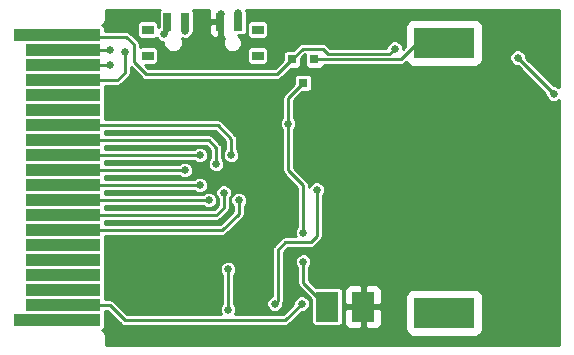
<source format=gtl>
%FSLAX46Y46*%
G04 Gerber Fmt 4.6, Leading zero omitted, Abs format (unit mm)*
G04 Created by KiCad (PCBNEW (2014-10-27 BZR 5228)-product) date 5/1/2015 7:00:25 PM*
%MOMM*%
G01*
G04 APERTURE LIST*
%ADD10C,0.100000*%
%ADD11R,1.950720X2.499360*%
%ADD12R,7.366000X1.016000*%
%ADD13R,6.350000X1.016000*%
%ADD14R,0.800100X0.800100*%
%ADD15R,5.080000X2.540000*%
%ADD16C,6.350000*%
%ADD17R,0.700000X1.500000*%
%ADD18R,1.000000X0.800000*%
%ADD19C,0.635000*%
%ADD20C,0.228600*%
%ADD21C,0.254000*%
G04 APERTURE END LIST*
D10*
D11*
X29591000Y-25527000D03*
X26543000Y-25527000D03*
D12*
X3683000Y-2540000D03*
D13*
X4191000Y-3810000D03*
X4191000Y-5080000D03*
X4191000Y-6350000D03*
X4191000Y-7620000D03*
X4191000Y-8890000D03*
X4191000Y-10160000D03*
X4191000Y-11430000D03*
X4191000Y-12700000D03*
X4191000Y-13970000D03*
X4191000Y-15240000D03*
X4191000Y-16510000D03*
X4191000Y-17780000D03*
X4191000Y-19050000D03*
X4191000Y-20320000D03*
X4191000Y-21590000D03*
X4191000Y-22860000D03*
X4191000Y-24130000D03*
X4191000Y-25400000D03*
D12*
X3683000Y-26670000D03*
D14*
X25461000Y-4587240D03*
X23561000Y-4587240D03*
X24511000Y-6586220D03*
D15*
X36449000Y-26035000D03*
D16*
X36449000Y-14605000D03*
D15*
X36449000Y-3175000D03*
D17*
X19002000Y-1425000D03*
X17502000Y-1425000D03*
X13002000Y-1425000D03*
D18*
X20652000Y-4275000D03*
X20652000Y-2075000D03*
X11352000Y-2075000D03*
X11352000Y-4275000D03*
D17*
X14502000Y-1425000D03*
D19*
X32258000Y-3683000D03*
X25654000Y-15621000D03*
X22098000Y-25273000D03*
X18415000Y-12700000D03*
X17145000Y-13462000D03*
X15748000Y-12700000D03*
X14478000Y-13970000D03*
X15748000Y-15240000D03*
X19050000Y-16510000D03*
X17780000Y-15875000D03*
X16510000Y-16510000D03*
X23241000Y-21336000D03*
X24511000Y-7874000D03*
X26543000Y-14605000D03*
X17526000Y-762000D03*
X16764000Y-3302000D03*
X9017000Y-1143000D03*
X23241000Y-25273000D03*
X8128000Y-27305000D03*
X41275000Y-3810000D03*
X42799000Y-1143000D03*
X9398000Y-3937000D03*
X8128000Y-3810000D03*
X12700000Y-2413000D03*
X8128000Y-5080000D03*
X23241000Y-10033000D03*
X24511000Y-19304000D03*
X24511000Y-21717000D03*
X18161000Y-22352000D03*
X18161000Y-25781000D03*
X42672000Y-4445000D03*
X24384000Y-25273000D03*
X45720000Y-7493000D03*
X18986500Y-635000D03*
X14478000Y-2159000D03*
D20*
X3810000Y-2667000D02*
X3683000Y-2540000D01*
X10160000Y-4826000D02*
X10160000Y-3302000D01*
X10160000Y-3302000D02*
X9525000Y-2667000D01*
X9525000Y-2667000D02*
X3810000Y-2667000D01*
X23561000Y-4587240D02*
X22306240Y-5842000D01*
X22306240Y-5842000D02*
X11176000Y-5842000D01*
X11176000Y-5842000D02*
X10160000Y-4826000D01*
X32258000Y-3683000D02*
X31810962Y-4130038D01*
X31810962Y-4130038D02*
X26609038Y-4130038D01*
X26609038Y-4130038D02*
X26162000Y-3683000D01*
X26162000Y-3683000D02*
X24465240Y-3683000D01*
X24465240Y-3683000D02*
X23561000Y-4587240D01*
X25146000Y-20066000D02*
X22987000Y-20066000D01*
X22987000Y-20066000D02*
X22352000Y-20701000D01*
X25654000Y-15621000D02*
X25654000Y-19558000D01*
X22352000Y-20701000D02*
X22352000Y-25019000D01*
X22352000Y-25019000D02*
X22098000Y-25273000D01*
X25654000Y-19558000D02*
X25146000Y-20066000D01*
X17272000Y-10160000D02*
X4191000Y-10160000D01*
X18415000Y-12700000D02*
X18415000Y-11303000D01*
X18415000Y-11303000D02*
X17272000Y-10160000D01*
X16510000Y-11430000D02*
X4191000Y-11430000D01*
X17145000Y-13462000D02*
X17145000Y-12065000D01*
X17145000Y-12065000D02*
X16510000Y-11430000D01*
X4191000Y-12700000D02*
X15748000Y-12700000D01*
X14478000Y-13970000D02*
X4191000Y-13970000D01*
X15748000Y-15240000D02*
X4191000Y-15240000D01*
X17653000Y-19050000D02*
X4191000Y-19050000D01*
X19050000Y-17653000D02*
X17653000Y-19050000D01*
X19050000Y-16510000D02*
X19050000Y-17653000D01*
X17780000Y-17145000D02*
X17145000Y-17780000D01*
X17780000Y-15875000D02*
X17780000Y-17145000D01*
X17145000Y-17780000D02*
X3683000Y-17780000D01*
X16510000Y-16510000D02*
X3683000Y-16510000D01*
X30353000Y-7874000D02*
X37084000Y-14605000D01*
X24511000Y-7874000D02*
X30353000Y-7874000D01*
X37084000Y-14605000D02*
X26543000Y-14605000D01*
X37084000Y-14605000D02*
X32639000Y-14605000D01*
X17502000Y-786000D02*
X17502000Y-1425000D01*
X17526000Y-762000D02*
X17502000Y-786000D01*
X17502000Y-2564000D02*
X16764000Y-3302000D01*
X17502000Y-1425000D02*
X17502000Y-2564000D01*
X23241000Y-25273000D02*
X23241000Y-21336000D01*
X41275000Y-3810000D02*
X42799000Y-2286000D01*
X42799000Y-2286000D02*
X42799000Y-1143000D01*
X24053798Y-20523202D02*
X30530798Y-20523202D01*
X30530798Y-20523202D02*
X36449000Y-14605000D01*
X23241000Y-21336000D02*
X24053798Y-20523202D01*
X9398000Y-3937000D02*
X9398000Y-5715000D01*
X9398000Y-5715000D02*
X8763000Y-6350000D01*
X4191000Y-6350000D02*
X8763000Y-6350000D01*
X8128000Y-3810000D02*
X4191000Y-3810000D01*
X13002000Y-2111000D02*
X13002000Y-1425000D01*
X12700000Y-2413000D02*
X13002000Y-2111000D01*
X8128000Y-5080000D02*
X4191000Y-5080000D01*
X23241000Y-13970000D02*
X23241000Y-10033000D01*
X24511000Y-15240000D02*
X23241000Y-13970000D01*
X24511000Y-19304000D02*
X24511000Y-15240000D01*
X23241000Y-7856220D02*
X24511000Y-6586220D01*
X23241000Y-10033000D02*
X23241000Y-7856220D01*
X24511000Y-23495000D02*
X24511000Y-21717000D01*
X26543000Y-25527000D02*
X24511000Y-23495000D01*
X18161000Y-22352000D02*
X18161000Y-25781000D01*
X8128000Y-25400000D02*
X9398000Y-26670000D01*
X9398000Y-26670000D02*
X22987000Y-26670000D01*
X22987000Y-26670000D02*
X24384000Y-25273000D01*
X4191000Y-25400000D02*
X8128000Y-25400000D01*
X42672000Y-4445000D02*
X45720000Y-7493000D01*
X25461000Y-4587240D02*
X32750760Y-4587240D01*
X34163000Y-3175000D02*
X37084000Y-3175000D01*
X32750760Y-4587240D02*
X34163000Y-3175000D01*
X19002000Y-810000D02*
X19002000Y-1425000D01*
X18986500Y-635000D02*
X19002000Y-650500D01*
X19002000Y-650500D02*
X19002000Y-1425000D01*
X14502000Y-2135000D02*
X14502000Y-1425000D01*
X14478000Y-2159000D02*
X14502000Y-2135000D01*
D21*
G36*
X46178000Y-28779000D02*
X39751000Y-28779000D01*
X39751000Y-27456571D01*
X39751000Y-27153429D01*
X39751000Y-24613429D01*
X39634992Y-24333362D01*
X39420638Y-24119008D01*
X39140571Y-24003000D01*
X38837429Y-24003000D01*
X33757429Y-24003000D01*
X33477362Y-24119008D01*
X33263008Y-24333362D01*
X33147000Y-24613429D01*
X33147000Y-24916571D01*
X33147000Y-27456571D01*
X33263008Y-27736638D01*
X33477362Y-27950992D01*
X33757429Y-28067000D01*
X34060571Y-28067000D01*
X39140571Y-28067000D01*
X39420638Y-27950992D01*
X39634992Y-27736638D01*
X39751000Y-27456571D01*
X39751000Y-28779000D01*
X31201360Y-28779000D01*
X31201360Y-26902990D01*
X31201360Y-26650371D01*
X31201360Y-25812750D01*
X31201360Y-25241250D01*
X31201360Y-24403629D01*
X31201360Y-24151010D01*
X31104687Y-23917621D01*
X30926058Y-23738993D01*
X30692669Y-23642320D01*
X29876750Y-23642320D01*
X29718000Y-23801070D01*
X29718000Y-25400000D01*
X31042610Y-25400000D01*
X31201360Y-25241250D01*
X31201360Y-25812750D01*
X31042610Y-25654000D01*
X29718000Y-25654000D01*
X29718000Y-27252930D01*
X29876750Y-27411680D01*
X30692669Y-27411680D01*
X30926058Y-27315007D01*
X31104687Y-27136379D01*
X31201360Y-26902990D01*
X31201360Y-28779000D01*
X29464000Y-28779000D01*
X29464000Y-27252930D01*
X29464000Y-25654000D01*
X29464000Y-25400000D01*
X29464000Y-23801070D01*
X29305250Y-23642320D01*
X28489331Y-23642320D01*
X28255942Y-23738993D01*
X28077313Y-23917621D01*
X27980640Y-24151010D01*
X27980640Y-24403629D01*
X27980640Y-25241250D01*
X28139390Y-25400000D01*
X29464000Y-25400000D01*
X29464000Y-25654000D01*
X28139390Y-25654000D01*
X27980640Y-25812750D01*
X27980640Y-26650371D01*
X27980640Y-26902990D01*
X28077313Y-27136379D01*
X28255942Y-27315007D01*
X28489331Y-27411680D01*
X29305250Y-27411680D01*
X29464000Y-27252930D01*
X29464000Y-28779000D01*
X27899360Y-28779000D01*
X27899360Y-26852465D01*
X27899360Y-26700894D01*
X27899360Y-24201534D01*
X27841356Y-24061500D01*
X27734179Y-23954324D01*
X27594145Y-23896320D01*
X27442574Y-23896320D01*
X26352621Y-23896320D01*
X26352621Y-15482669D01*
X26246504Y-15225849D01*
X26050185Y-15029186D01*
X25793550Y-14922622D01*
X25515669Y-14922379D01*
X25258849Y-15028496D01*
X25062186Y-15224815D01*
X25006300Y-15359403D01*
X25006300Y-15240000D01*
X24968598Y-15050457D01*
X24968598Y-15050456D01*
X24861230Y-14889770D01*
X23736300Y-13764840D01*
X23736300Y-10525530D01*
X23832814Y-10429185D01*
X23939378Y-10172550D01*
X23939621Y-9894669D01*
X23833504Y-9637849D01*
X23736300Y-9540474D01*
X23736300Y-8061380D01*
X24430410Y-7367270D01*
X24986836Y-7367270D01*
X25126870Y-7309266D01*
X25234046Y-7202089D01*
X25292050Y-7062055D01*
X25292050Y-6910484D01*
X25292050Y-6110384D01*
X25234046Y-5970350D01*
X25126869Y-5863174D01*
X24986835Y-5805170D01*
X24835264Y-5805170D01*
X24035164Y-5805170D01*
X23895130Y-5863174D01*
X23787954Y-5970351D01*
X23729950Y-6110385D01*
X23729950Y-6261956D01*
X23729950Y-6666810D01*
X22890770Y-7505990D01*
X22783402Y-7666676D01*
X22745700Y-7856220D01*
X22745700Y-9540469D01*
X22649186Y-9636815D01*
X22542622Y-9893450D01*
X22542379Y-10171331D01*
X22648496Y-10428151D01*
X22745700Y-10525525D01*
X22745700Y-13970000D01*
X22783402Y-14159544D01*
X22890770Y-14320230D01*
X24015700Y-15445160D01*
X24015700Y-18811469D01*
X23919186Y-18907815D01*
X23812622Y-19164450D01*
X23812379Y-19442331D01*
X23865420Y-19570700D01*
X22987000Y-19570700D01*
X22797457Y-19608402D01*
X22636770Y-19715770D01*
X22001770Y-20350770D01*
X21894402Y-20511456D01*
X21856700Y-20701000D01*
X21856700Y-24616925D01*
X21702849Y-24680496D01*
X21506186Y-24876815D01*
X21399622Y-25133450D01*
X21399379Y-25411331D01*
X21505496Y-25668151D01*
X21701815Y-25864814D01*
X21958450Y-25971378D01*
X22236331Y-25971621D01*
X22493151Y-25865504D01*
X22689814Y-25669185D01*
X22796378Y-25412550D01*
X22796539Y-25228087D01*
X22796539Y-25228086D01*
X22809598Y-25208544D01*
X22809598Y-25208543D01*
X22847300Y-25019000D01*
X22847300Y-20906160D01*
X23192160Y-20561300D01*
X25146000Y-20561300D01*
X25335543Y-20523598D01*
X25335544Y-20523598D01*
X25496230Y-20416230D01*
X26004230Y-19908230D01*
X26111597Y-19747544D01*
X26111598Y-19747543D01*
X26149300Y-19558000D01*
X26149300Y-16113530D01*
X26245814Y-16017185D01*
X26352378Y-15760550D01*
X26352621Y-15482669D01*
X26352621Y-23896320D01*
X25612780Y-23896320D01*
X25006300Y-23289840D01*
X25006300Y-22209530D01*
X25102814Y-22113185D01*
X25209378Y-21856550D01*
X25209621Y-21578669D01*
X25103504Y-21321849D01*
X24907185Y-21125186D01*
X24650550Y-21018622D01*
X24372669Y-21018379D01*
X24115849Y-21124496D01*
X23919186Y-21320815D01*
X23812622Y-21577450D01*
X23812379Y-21855331D01*
X23918496Y-22112151D01*
X24015700Y-22209525D01*
X24015700Y-23495000D01*
X24053402Y-23684544D01*
X24160770Y-23845230D01*
X25186640Y-24871100D01*
X25186640Y-26852466D01*
X25244644Y-26992500D01*
X25351821Y-27099676D01*
X25491855Y-27157680D01*
X25643426Y-27157680D01*
X27594146Y-27157680D01*
X27734180Y-27099676D01*
X27841356Y-26992499D01*
X27899360Y-26852465D01*
X27899360Y-28779000D01*
X7797000Y-28779000D01*
X7797000Y-27940000D01*
X7764192Y-27775063D01*
X7670763Y-27635237D01*
X7530937Y-27541808D01*
X7498748Y-27535405D01*
X7581820Y-27500996D01*
X7688996Y-27393819D01*
X7747000Y-27253785D01*
X7747000Y-27102214D01*
X7747000Y-26086214D01*
X7725786Y-26034999D01*
X7747000Y-25983785D01*
X7747000Y-25895300D01*
X7922840Y-25895300D01*
X9047770Y-27020230D01*
X9208456Y-27127598D01*
X9208457Y-27127598D01*
X9398000Y-27165300D01*
X22987000Y-27165300D01*
X23176543Y-27127598D01*
X23176544Y-27127598D01*
X23337230Y-27020230D01*
X24385958Y-25971501D01*
X24522331Y-25971621D01*
X24779151Y-25865504D01*
X24975814Y-25669185D01*
X25082378Y-25412550D01*
X25082621Y-25134669D01*
X24976504Y-24877849D01*
X24780185Y-24681186D01*
X24523550Y-24574622D01*
X24245669Y-24574379D01*
X23988849Y-24680496D01*
X23792186Y-24876815D01*
X23685622Y-25133450D01*
X23685501Y-25271038D01*
X22781840Y-26174700D01*
X18753845Y-26174700D01*
X18859378Y-25920550D01*
X18859621Y-25642669D01*
X18753504Y-25385849D01*
X18656300Y-25288474D01*
X18656300Y-22844530D01*
X18752814Y-22748185D01*
X18859378Y-22491550D01*
X18859621Y-22213669D01*
X18753504Y-21956849D01*
X18557185Y-21760186D01*
X18300550Y-21653622D01*
X18022669Y-21653379D01*
X17765849Y-21759496D01*
X17569186Y-21955815D01*
X17462622Y-22212450D01*
X17462379Y-22490331D01*
X17568496Y-22747151D01*
X17665700Y-22844525D01*
X17665700Y-25288469D01*
X17569186Y-25384815D01*
X17462622Y-25641450D01*
X17462379Y-25919331D01*
X17567896Y-26174700D01*
X9603160Y-26174700D01*
X8478230Y-25049770D01*
X8317544Y-24942402D01*
X8128000Y-24904700D01*
X7747000Y-24904700D01*
X7747000Y-24816214D01*
X7725786Y-24764999D01*
X7747000Y-24713785D01*
X7747000Y-24562214D01*
X7747000Y-23546214D01*
X7725786Y-23494999D01*
X7747000Y-23443785D01*
X7747000Y-23292214D01*
X7747000Y-22276214D01*
X7725786Y-22224999D01*
X7747000Y-22173785D01*
X7747000Y-22022214D01*
X7747000Y-21006214D01*
X7725786Y-20954999D01*
X7747000Y-20903785D01*
X7747000Y-20752214D01*
X7747000Y-19736214D01*
X7725786Y-19684999D01*
X7747000Y-19633785D01*
X7747000Y-19545300D01*
X17653000Y-19545300D01*
X17842543Y-19507598D01*
X17842544Y-19507598D01*
X18003230Y-19400230D01*
X19400230Y-18003230D01*
X19507598Y-17842544D01*
X19507598Y-17842543D01*
X19545300Y-17653000D01*
X19545300Y-17002530D01*
X19641814Y-16906185D01*
X19748378Y-16649550D01*
X19748621Y-16371669D01*
X19642504Y-16114849D01*
X19446185Y-15918186D01*
X19189550Y-15811622D01*
X18911669Y-15811379D01*
X18654849Y-15917496D01*
X18458186Y-16113815D01*
X18351622Y-16370450D01*
X18351379Y-16648331D01*
X18457496Y-16905151D01*
X18554700Y-17002525D01*
X18554700Y-17447840D01*
X17447840Y-18554700D01*
X7747000Y-18554700D01*
X7747000Y-18466214D01*
X7725786Y-18414999D01*
X7747000Y-18363785D01*
X7747000Y-18275300D01*
X17145000Y-18275300D01*
X17334543Y-18237598D01*
X17334544Y-18237598D01*
X17495230Y-18130230D01*
X18130230Y-17495230D01*
X18237598Y-17334543D01*
X18275300Y-17145000D01*
X18275300Y-16367530D01*
X18371814Y-16271185D01*
X18478378Y-16014550D01*
X18478621Y-15736669D01*
X18372504Y-15479849D01*
X18176185Y-15283186D01*
X17919550Y-15176622D01*
X17641669Y-15176379D01*
X17384849Y-15282496D01*
X17188186Y-15478815D01*
X17081622Y-15735450D01*
X17081379Y-16013331D01*
X17187496Y-16270151D01*
X17284700Y-16367525D01*
X17284700Y-16939840D01*
X16939840Y-17284700D01*
X7747000Y-17284700D01*
X7747000Y-17196214D01*
X7725786Y-17144999D01*
X7747000Y-17093785D01*
X7747000Y-17005300D01*
X16017469Y-17005300D01*
X16113815Y-17101814D01*
X16370450Y-17208378D01*
X16648331Y-17208621D01*
X16905151Y-17102504D01*
X17101814Y-16906185D01*
X17208378Y-16649550D01*
X17208621Y-16371669D01*
X17102504Y-16114849D01*
X16906185Y-15918186D01*
X16649550Y-15811622D01*
X16371669Y-15811379D01*
X16114849Y-15917496D01*
X16017474Y-16014700D01*
X7747000Y-16014700D01*
X7747000Y-15926214D01*
X7725786Y-15874999D01*
X7747000Y-15823785D01*
X7747000Y-15735300D01*
X15255469Y-15735300D01*
X15351815Y-15831814D01*
X15608450Y-15938378D01*
X15886331Y-15938621D01*
X16143151Y-15832504D01*
X16339814Y-15636185D01*
X16446378Y-15379550D01*
X16446621Y-15101669D01*
X16340504Y-14844849D01*
X16144185Y-14648186D01*
X15887550Y-14541622D01*
X15609669Y-14541379D01*
X15352849Y-14647496D01*
X15255474Y-14744700D01*
X7747000Y-14744700D01*
X7747000Y-14656214D01*
X7725786Y-14604999D01*
X7747000Y-14553785D01*
X7747000Y-14465300D01*
X13985469Y-14465300D01*
X14081815Y-14561814D01*
X14338450Y-14668378D01*
X14616331Y-14668621D01*
X14873151Y-14562504D01*
X15069814Y-14366185D01*
X15176378Y-14109550D01*
X15176621Y-13831669D01*
X15070504Y-13574849D01*
X14874185Y-13378186D01*
X14617550Y-13271622D01*
X14339669Y-13271379D01*
X14082849Y-13377496D01*
X13985474Y-13474700D01*
X7747000Y-13474700D01*
X7747000Y-13386214D01*
X7725786Y-13334999D01*
X7747000Y-13283785D01*
X7747000Y-13195300D01*
X15255469Y-13195300D01*
X15351815Y-13291814D01*
X15608450Y-13398378D01*
X15886331Y-13398621D01*
X16143151Y-13292504D01*
X16339814Y-13096185D01*
X16446378Y-12839550D01*
X16446621Y-12561669D01*
X16340504Y-12304849D01*
X16144185Y-12108186D01*
X15887550Y-12001622D01*
X15609669Y-12001379D01*
X15352849Y-12107496D01*
X15255474Y-12204700D01*
X7747000Y-12204700D01*
X7747000Y-12116214D01*
X7725786Y-12064999D01*
X7747000Y-12013785D01*
X7747000Y-11925300D01*
X16304840Y-11925300D01*
X16649700Y-12270160D01*
X16649700Y-12969469D01*
X16553186Y-13065815D01*
X16446622Y-13322450D01*
X16446379Y-13600331D01*
X16552496Y-13857151D01*
X16748815Y-14053814D01*
X17005450Y-14160378D01*
X17283331Y-14160621D01*
X17540151Y-14054504D01*
X17736814Y-13858185D01*
X17843378Y-13601550D01*
X17843621Y-13323669D01*
X17737504Y-13066849D01*
X17640300Y-12969474D01*
X17640300Y-12065000D01*
X17602598Y-11875457D01*
X17495230Y-11714770D01*
X16860230Y-11079770D01*
X16699544Y-10972402D01*
X16510000Y-10934700D01*
X7747000Y-10934700D01*
X7747000Y-10846214D01*
X7725786Y-10794999D01*
X7747000Y-10743785D01*
X7747000Y-10655300D01*
X17066840Y-10655300D01*
X17919700Y-11508160D01*
X17919700Y-12207469D01*
X17823186Y-12303815D01*
X17716622Y-12560450D01*
X17716379Y-12838331D01*
X17822496Y-13095151D01*
X18018815Y-13291814D01*
X18275450Y-13398378D01*
X18553331Y-13398621D01*
X18810151Y-13292504D01*
X19006814Y-13096185D01*
X19113378Y-12839550D01*
X19113621Y-12561669D01*
X19007504Y-12304849D01*
X18910300Y-12207474D01*
X18910300Y-11303000D01*
X18872598Y-11113457D01*
X18872598Y-11113456D01*
X18765230Y-10952770D01*
X17622230Y-9809770D01*
X17461544Y-9702402D01*
X17272000Y-9664700D01*
X7747000Y-9664700D01*
X7747000Y-9576214D01*
X7725786Y-9524999D01*
X7747000Y-9473785D01*
X7747000Y-9322214D01*
X7747000Y-8306214D01*
X7725786Y-8254999D01*
X7747000Y-8203785D01*
X7747000Y-8052214D01*
X7747000Y-7036214D01*
X7725786Y-6984999D01*
X7747000Y-6933785D01*
X7747000Y-6845300D01*
X8763000Y-6845300D01*
X8952543Y-6807598D01*
X8952544Y-6807598D01*
X9113230Y-6700230D01*
X9748230Y-6065230D01*
X9855598Y-5904543D01*
X9893300Y-5715000D01*
X9893300Y-5259760D01*
X10825770Y-6192230D01*
X10986457Y-6299598D01*
X11176000Y-6337300D01*
X22306240Y-6337300D01*
X22495783Y-6299598D01*
X22495784Y-6299598D01*
X22656470Y-6192230D01*
X23480410Y-5368290D01*
X24036836Y-5368290D01*
X24176870Y-5310286D01*
X24284046Y-5203109D01*
X24342050Y-5063075D01*
X24342050Y-4911504D01*
X24342050Y-4506650D01*
X24670400Y-4178300D01*
X24679950Y-4178300D01*
X24679950Y-4262976D01*
X24679950Y-5063076D01*
X24737954Y-5203110D01*
X24845131Y-5310286D01*
X24985165Y-5368290D01*
X25136736Y-5368290D01*
X25936836Y-5368290D01*
X26076870Y-5310286D01*
X26184046Y-5203109D01*
X26233987Y-5082540D01*
X32750760Y-5082540D01*
X32940303Y-5044838D01*
X32940304Y-5044838D01*
X33100990Y-4937470D01*
X33233371Y-4805088D01*
X33263008Y-4876638D01*
X33477362Y-5090992D01*
X33757429Y-5207000D01*
X34060571Y-5207000D01*
X39140571Y-5207000D01*
X39420638Y-5090992D01*
X39634992Y-4876638D01*
X39751000Y-4596571D01*
X39751000Y-4293429D01*
X39751000Y-1753429D01*
X39634992Y-1473362D01*
X39420638Y-1259008D01*
X39140571Y-1143000D01*
X38837429Y-1143000D01*
X33757429Y-1143000D01*
X33477362Y-1259008D01*
X33263008Y-1473362D01*
X33147000Y-1753429D01*
X33147000Y-2056571D01*
X33147000Y-3490540D01*
X32956501Y-3681038D01*
X32956621Y-3544669D01*
X32850504Y-3287849D01*
X32654185Y-3091186D01*
X32397550Y-2984622D01*
X32119669Y-2984379D01*
X31862849Y-3090496D01*
X31666186Y-3286815D01*
X31559622Y-3543450D01*
X31559542Y-3634738D01*
X26814198Y-3634738D01*
X26512230Y-3332770D01*
X26351544Y-3225402D01*
X26162000Y-3187700D01*
X24465240Y-3187700D01*
X24275697Y-3225402D01*
X24115010Y-3332770D01*
X23641590Y-3806190D01*
X23085164Y-3806190D01*
X22945130Y-3864194D01*
X22837954Y-3971371D01*
X22779950Y-4111405D01*
X22779950Y-4262976D01*
X22779950Y-4667830D01*
X22101080Y-5346700D01*
X21533000Y-5346700D01*
X21533000Y-4750785D01*
X21533000Y-4599214D01*
X21533000Y-3799214D01*
X21533000Y-2550785D01*
X21533000Y-2399214D01*
X21533000Y-1599214D01*
X21474996Y-1459180D01*
X21367819Y-1352004D01*
X21227785Y-1294000D01*
X21076214Y-1294000D01*
X20076214Y-1294000D01*
X19936180Y-1352004D01*
X19829004Y-1459181D01*
X19771000Y-1599215D01*
X19771000Y-1750786D01*
X19771000Y-2550786D01*
X19829004Y-2690820D01*
X19936181Y-2797996D01*
X20076215Y-2856000D01*
X20227786Y-2856000D01*
X21227786Y-2856000D01*
X21367820Y-2797996D01*
X21474996Y-2690819D01*
X21533000Y-2550785D01*
X21533000Y-3799214D01*
X21474996Y-3659180D01*
X21367819Y-3552004D01*
X21227785Y-3494000D01*
X21076214Y-3494000D01*
X20076214Y-3494000D01*
X19936180Y-3552004D01*
X19829004Y-3659181D01*
X19771000Y-3799215D01*
X19771000Y-3950786D01*
X19771000Y-4750786D01*
X19829004Y-4890820D01*
X19936181Y-4997996D01*
X20076215Y-5056000D01*
X20227786Y-5056000D01*
X21227786Y-5056000D01*
X21367820Y-4997996D01*
X21474996Y-4890819D01*
X21533000Y-4750785D01*
X21533000Y-5346700D01*
X17375000Y-5346700D01*
X17375000Y-2651250D01*
X17375000Y-1552000D01*
X16675750Y-1552000D01*
X16517000Y-1710750D01*
X16517000Y-2048691D01*
X16517000Y-2301310D01*
X16613673Y-2534699D01*
X16792302Y-2713327D01*
X17025691Y-2810000D01*
X17216250Y-2810000D01*
X17375000Y-2651250D01*
X17375000Y-5346700D01*
X11381160Y-5346700D01*
X11090460Y-5056000D01*
X11927786Y-5056000D01*
X12067820Y-4997996D01*
X12174996Y-4890819D01*
X12233000Y-4750785D01*
X12233000Y-4599214D01*
X12233000Y-3799214D01*
X12174996Y-3659180D01*
X12067819Y-3552004D01*
X11927785Y-3494000D01*
X11776214Y-3494000D01*
X10776214Y-3494000D01*
X10655300Y-3544084D01*
X10655300Y-3302000D01*
X10617598Y-3112457D01*
X10510230Y-2951770D01*
X9875230Y-2316770D01*
X9714544Y-2209402D01*
X9525000Y-2171700D01*
X7747000Y-2171700D01*
X7747000Y-1956214D01*
X7688996Y-1816180D01*
X7581819Y-1709004D01*
X7498747Y-1674594D01*
X7530937Y-1668192D01*
X7670763Y-1574763D01*
X7764192Y-1434937D01*
X7797000Y-1270000D01*
X7797000Y-431000D01*
X12357184Y-431000D01*
X12329004Y-459181D01*
X12271000Y-599215D01*
X12271000Y-750786D01*
X12271000Y-1854285D01*
X12233000Y-1892219D01*
X12233000Y-1599214D01*
X12174996Y-1459180D01*
X12067819Y-1352004D01*
X11927785Y-1294000D01*
X11776214Y-1294000D01*
X10776214Y-1294000D01*
X10636180Y-1352004D01*
X10529004Y-1459181D01*
X10471000Y-1599215D01*
X10471000Y-1750786D01*
X10471000Y-2550786D01*
X10529004Y-2690820D01*
X10636181Y-2797996D01*
X10776215Y-2856000D01*
X10927786Y-2856000D01*
X11927786Y-2856000D01*
X12067820Y-2797996D01*
X12092926Y-2772889D01*
X12107496Y-2808151D01*
X12303815Y-3004814D01*
X12560450Y-3111378D01*
X12671055Y-3111474D01*
X12670856Y-3339571D01*
X12797102Y-3645109D01*
X13030662Y-3879077D01*
X13335979Y-4005855D01*
X13666571Y-4006144D01*
X13972109Y-3879898D01*
X14206077Y-3646338D01*
X14332855Y-3341021D01*
X14333144Y-3010429D01*
X14255708Y-2823020D01*
X14338450Y-2857378D01*
X14616331Y-2857621D01*
X14873151Y-2751504D01*
X15069814Y-2555185D01*
X15111839Y-2453976D01*
X15174996Y-2390819D01*
X15233000Y-2250785D01*
X15233000Y-2099214D01*
X15233000Y-599214D01*
X15174996Y-459180D01*
X15146815Y-431000D01*
X16565748Y-431000D01*
X16517000Y-548690D01*
X16517000Y-801309D01*
X16517000Y-1139250D01*
X16675750Y-1298000D01*
X17375000Y-1298000D01*
X17375000Y-1278000D01*
X17629000Y-1278000D01*
X17629000Y-1298000D01*
X17649000Y-1298000D01*
X17649000Y-1552000D01*
X17629000Y-1552000D01*
X17629000Y-2651250D01*
X17787750Y-2810000D01*
X17794371Y-2810000D01*
X17708638Y-3016471D01*
X17708362Y-3332145D01*
X17828911Y-3623895D01*
X18051931Y-3847305D01*
X18343471Y-3968362D01*
X18659145Y-3968638D01*
X18950895Y-3848089D01*
X19174305Y-3625069D01*
X19295362Y-3333529D01*
X19295638Y-3017855D01*
X19175089Y-2726105D01*
X19005280Y-2556000D01*
X19427786Y-2556000D01*
X19567820Y-2497996D01*
X19674996Y-2390819D01*
X19733000Y-2250785D01*
X19733000Y-2099214D01*
X19733000Y-599214D01*
X19674996Y-459180D01*
X19665852Y-450036D01*
X19657986Y-431000D01*
X46178000Y-431000D01*
X46178000Y-6963109D01*
X46116185Y-6901186D01*
X45859550Y-6794622D01*
X45721961Y-6794501D01*
X43370501Y-4443041D01*
X43370621Y-4306669D01*
X43264504Y-4049849D01*
X43068185Y-3853186D01*
X42811550Y-3746622D01*
X42533669Y-3746379D01*
X42276849Y-3852496D01*
X42080186Y-4048815D01*
X41973622Y-4305450D01*
X41973379Y-4583331D01*
X42079496Y-4840151D01*
X42275815Y-5036814D01*
X42532450Y-5143378D01*
X42670038Y-5143498D01*
X45021498Y-7494958D01*
X45021379Y-7631331D01*
X45127496Y-7888151D01*
X45323815Y-8084814D01*
X45580450Y-8191378D01*
X45858331Y-8191621D01*
X46115151Y-8085504D01*
X46178000Y-8022764D01*
X46178000Y-28779000D01*
X46178000Y-28779000D01*
G37*
X46178000Y-28779000D02*
X39751000Y-28779000D01*
X39751000Y-27456571D01*
X39751000Y-27153429D01*
X39751000Y-24613429D01*
X39634992Y-24333362D01*
X39420638Y-24119008D01*
X39140571Y-24003000D01*
X38837429Y-24003000D01*
X33757429Y-24003000D01*
X33477362Y-24119008D01*
X33263008Y-24333362D01*
X33147000Y-24613429D01*
X33147000Y-24916571D01*
X33147000Y-27456571D01*
X33263008Y-27736638D01*
X33477362Y-27950992D01*
X33757429Y-28067000D01*
X34060571Y-28067000D01*
X39140571Y-28067000D01*
X39420638Y-27950992D01*
X39634992Y-27736638D01*
X39751000Y-27456571D01*
X39751000Y-28779000D01*
X31201360Y-28779000D01*
X31201360Y-26902990D01*
X31201360Y-26650371D01*
X31201360Y-25812750D01*
X31201360Y-25241250D01*
X31201360Y-24403629D01*
X31201360Y-24151010D01*
X31104687Y-23917621D01*
X30926058Y-23738993D01*
X30692669Y-23642320D01*
X29876750Y-23642320D01*
X29718000Y-23801070D01*
X29718000Y-25400000D01*
X31042610Y-25400000D01*
X31201360Y-25241250D01*
X31201360Y-25812750D01*
X31042610Y-25654000D01*
X29718000Y-25654000D01*
X29718000Y-27252930D01*
X29876750Y-27411680D01*
X30692669Y-27411680D01*
X30926058Y-27315007D01*
X31104687Y-27136379D01*
X31201360Y-26902990D01*
X31201360Y-28779000D01*
X29464000Y-28779000D01*
X29464000Y-27252930D01*
X29464000Y-25654000D01*
X29464000Y-25400000D01*
X29464000Y-23801070D01*
X29305250Y-23642320D01*
X28489331Y-23642320D01*
X28255942Y-23738993D01*
X28077313Y-23917621D01*
X27980640Y-24151010D01*
X27980640Y-24403629D01*
X27980640Y-25241250D01*
X28139390Y-25400000D01*
X29464000Y-25400000D01*
X29464000Y-25654000D01*
X28139390Y-25654000D01*
X27980640Y-25812750D01*
X27980640Y-26650371D01*
X27980640Y-26902990D01*
X28077313Y-27136379D01*
X28255942Y-27315007D01*
X28489331Y-27411680D01*
X29305250Y-27411680D01*
X29464000Y-27252930D01*
X29464000Y-28779000D01*
X27899360Y-28779000D01*
X27899360Y-26852465D01*
X27899360Y-26700894D01*
X27899360Y-24201534D01*
X27841356Y-24061500D01*
X27734179Y-23954324D01*
X27594145Y-23896320D01*
X27442574Y-23896320D01*
X26352621Y-23896320D01*
X26352621Y-15482669D01*
X26246504Y-15225849D01*
X26050185Y-15029186D01*
X25793550Y-14922622D01*
X25515669Y-14922379D01*
X25258849Y-15028496D01*
X25062186Y-15224815D01*
X25006300Y-15359403D01*
X25006300Y-15240000D01*
X24968598Y-15050457D01*
X24968598Y-15050456D01*
X24861230Y-14889770D01*
X23736300Y-13764840D01*
X23736300Y-10525530D01*
X23832814Y-10429185D01*
X23939378Y-10172550D01*
X23939621Y-9894669D01*
X23833504Y-9637849D01*
X23736300Y-9540474D01*
X23736300Y-8061380D01*
X24430410Y-7367270D01*
X24986836Y-7367270D01*
X25126870Y-7309266D01*
X25234046Y-7202089D01*
X25292050Y-7062055D01*
X25292050Y-6910484D01*
X25292050Y-6110384D01*
X25234046Y-5970350D01*
X25126869Y-5863174D01*
X24986835Y-5805170D01*
X24835264Y-5805170D01*
X24035164Y-5805170D01*
X23895130Y-5863174D01*
X23787954Y-5970351D01*
X23729950Y-6110385D01*
X23729950Y-6261956D01*
X23729950Y-6666810D01*
X22890770Y-7505990D01*
X22783402Y-7666676D01*
X22745700Y-7856220D01*
X22745700Y-9540469D01*
X22649186Y-9636815D01*
X22542622Y-9893450D01*
X22542379Y-10171331D01*
X22648496Y-10428151D01*
X22745700Y-10525525D01*
X22745700Y-13970000D01*
X22783402Y-14159544D01*
X22890770Y-14320230D01*
X24015700Y-15445160D01*
X24015700Y-18811469D01*
X23919186Y-18907815D01*
X23812622Y-19164450D01*
X23812379Y-19442331D01*
X23865420Y-19570700D01*
X22987000Y-19570700D01*
X22797457Y-19608402D01*
X22636770Y-19715770D01*
X22001770Y-20350770D01*
X21894402Y-20511456D01*
X21856700Y-20701000D01*
X21856700Y-24616925D01*
X21702849Y-24680496D01*
X21506186Y-24876815D01*
X21399622Y-25133450D01*
X21399379Y-25411331D01*
X21505496Y-25668151D01*
X21701815Y-25864814D01*
X21958450Y-25971378D01*
X22236331Y-25971621D01*
X22493151Y-25865504D01*
X22689814Y-25669185D01*
X22796378Y-25412550D01*
X22796539Y-25228087D01*
X22796539Y-25228086D01*
X22809598Y-25208544D01*
X22809598Y-25208543D01*
X22847300Y-25019000D01*
X22847300Y-20906160D01*
X23192160Y-20561300D01*
X25146000Y-20561300D01*
X25335543Y-20523598D01*
X25335544Y-20523598D01*
X25496230Y-20416230D01*
X26004230Y-19908230D01*
X26111597Y-19747544D01*
X26111598Y-19747543D01*
X26149300Y-19558000D01*
X26149300Y-16113530D01*
X26245814Y-16017185D01*
X26352378Y-15760550D01*
X26352621Y-15482669D01*
X26352621Y-23896320D01*
X25612780Y-23896320D01*
X25006300Y-23289840D01*
X25006300Y-22209530D01*
X25102814Y-22113185D01*
X25209378Y-21856550D01*
X25209621Y-21578669D01*
X25103504Y-21321849D01*
X24907185Y-21125186D01*
X24650550Y-21018622D01*
X24372669Y-21018379D01*
X24115849Y-21124496D01*
X23919186Y-21320815D01*
X23812622Y-21577450D01*
X23812379Y-21855331D01*
X23918496Y-22112151D01*
X24015700Y-22209525D01*
X24015700Y-23495000D01*
X24053402Y-23684544D01*
X24160770Y-23845230D01*
X25186640Y-24871100D01*
X25186640Y-26852466D01*
X25244644Y-26992500D01*
X25351821Y-27099676D01*
X25491855Y-27157680D01*
X25643426Y-27157680D01*
X27594146Y-27157680D01*
X27734180Y-27099676D01*
X27841356Y-26992499D01*
X27899360Y-26852465D01*
X27899360Y-28779000D01*
X7797000Y-28779000D01*
X7797000Y-27940000D01*
X7764192Y-27775063D01*
X7670763Y-27635237D01*
X7530937Y-27541808D01*
X7498748Y-27535405D01*
X7581820Y-27500996D01*
X7688996Y-27393819D01*
X7747000Y-27253785D01*
X7747000Y-27102214D01*
X7747000Y-26086214D01*
X7725786Y-26034999D01*
X7747000Y-25983785D01*
X7747000Y-25895300D01*
X7922840Y-25895300D01*
X9047770Y-27020230D01*
X9208456Y-27127598D01*
X9208457Y-27127598D01*
X9398000Y-27165300D01*
X22987000Y-27165300D01*
X23176543Y-27127598D01*
X23176544Y-27127598D01*
X23337230Y-27020230D01*
X24385958Y-25971501D01*
X24522331Y-25971621D01*
X24779151Y-25865504D01*
X24975814Y-25669185D01*
X25082378Y-25412550D01*
X25082621Y-25134669D01*
X24976504Y-24877849D01*
X24780185Y-24681186D01*
X24523550Y-24574622D01*
X24245669Y-24574379D01*
X23988849Y-24680496D01*
X23792186Y-24876815D01*
X23685622Y-25133450D01*
X23685501Y-25271038D01*
X22781840Y-26174700D01*
X18753845Y-26174700D01*
X18859378Y-25920550D01*
X18859621Y-25642669D01*
X18753504Y-25385849D01*
X18656300Y-25288474D01*
X18656300Y-22844530D01*
X18752814Y-22748185D01*
X18859378Y-22491550D01*
X18859621Y-22213669D01*
X18753504Y-21956849D01*
X18557185Y-21760186D01*
X18300550Y-21653622D01*
X18022669Y-21653379D01*
X17765849Y-21759496D01*
X17569186Y-21955815D01*
X17462622Y-22212450D01*
X17462379Y-22490331D01*
X17568496Y-22747151D01*
X17665700Y-22844525D01*
X17665700Y-25288469D01*
X17569186Y-25384815D01*
X17462622Y-25641450D01*
X17462379Y-25919331D01*
X17567896Y-26174700D01*
X9603160Y-26174700D01*
X8478230Y-25049770D01*
X8317544Y-24942402D01*
X8128000Y-24904700D01*
X7747000Y-24904700D01*
X7747000Y-24816214D01*
X7725786Y-24764999D01*
X7747000Y-24713785D01*
X7747000Y-24562214D01*
X7747000Y-23546214D01*
X7725786Y-23494999D01*
X7747000Y-23443785D01*
X7747000Y-23292214D01*
X7747000Y-22276214D01*
X7725786Y-22224999D01*
X7747000Y-22173785D01*
X7747000Y-22022214D01*
X7747000Y-21006214D01*
X7725786Y-20954999D01*
X7747000Y-20903785D01*
X7747000Y-20752214D01*
X7747000Y-19736214D01*
X7725786Y-19684999D01*
X7747000Y-19633785D01*
X7747000Y-19545300D01*
X17653000Y-19545300D01*
X17842543Y-19507598D01*
X17842544Y-19507598D01*
X18003230Y-19400230D01*
X19400230Y-18003230D01*
X19507598Y-17842544D01*
X19507598Y-17842543D01*
X19545300Y-17653000D01*
X19545300Y-17002530D01*
X19641814Y-16906185D01*
X19748378Y-16649550D01*
X19748621Y-16371669D01*
X19642504Y-16114849D01*
X19446185Y-15918186D01*
X19189550Y-15811622D01*
X18911669Y-15811379D01*
X18654849Y-15917496D01*
X18458186Y-16113815D01*
X18351622Y-16370450D01*
X18351379Y-16648331D01*
X18457496Y-16905151D01*
X18554700Y-17002525D01*
X18554700Y-17447840D01*
X17447840Y-18554700D01*
X7747000Y-18554700D01*
X7747000Y-18466214D01*
X7725786Y-18414999D01*
X7747000Y-18363785D01*
X7747000Y-18275300D01*
X17145000Y-18275300D01*
X17334543Y-18237598D01*
X17334544Y-18237598D01*
X17495230Y-18130230D01*
X18130230Y-17495230D01*
X18237598Y-17334543D01*
X18275300Y-17145000D01*
X18275300Y-16367530D01*
X18371814Y-16271185D01*
X18478378Y-16014550D01*
X18478621Y-15736669D01*
X18372504Y-15479849D01*
X18176185Y-15283186D01*
X17919550Y-15176622D01*
X17641669Y-15176379D01*
X17384849Y-15282496D01*
X17188186Y-15478815D01*
X17081622Y-15735450D01*
X17081379Y-16013331D01*
X17187496Y-16270151D01*
X17284700Y-16367525D01*
X17284700Y-16939840D01*
X16939840Y-17284700D01*
X7747000Y-17284700D01*
X7747000Y-17196214D01*
X7725786Y-17144999D01*
X7747000Y-17093785D01*
X7747000Y-17005300D01*
X16017469Y-17005300D01*
X16113815Y-17101814D01*
X16370450Y-17208378D01*
X16648331Y-17208621D01*
X16905151Y-17102504D01*
X17101814Y-16906185D01*
X17208378Y-16649550D01*
X17208621Y-16371669D01*
X17102504Y-16114849D01*
X16906185Y-15918186D01*
X16649550Y-15811622D01*
X16371669Y-15811379D01*
X16114849Y-15917496D01*
X16017474Y-16014700D01*
X7747000Y-16014700D01*
X7747000Y-15926214D01*
X7725786Y-15874999D01*
X7747000Y-15823785D01*
X7747000Y-15735300D01*
X15255469Y-15735300D01*
X15351815Y-15831814D01*
X15608450Y-15938378D01*
X15886331Y-15938621D01*
X16143151Y-15832504D01*
X16339814Y-15636185D01*
X16446378Y-15379550D01*
X16446621Y-15101669D01*
X16340504Y-14844849D01*
X16144185Y-14648186D01*
X15887550Y-14541622D01*
X15609669Y-14541379D01*
X15352849Y-14647496D01*
X15255474Y-14744700D01*
X7747000Y-14744700D01*
X7747000Y-14656214D01*
X7725786Y-14604999D01*
X7747000Y-14553785D01*
X7747000Y-14465300D01*
X13985469Y-14465300D01*
X14081815Y-14561814D01*
X14338450Y-14668378D01*
X14616331Y-14668621D01*
X14873151Y-14562504D01*
X15069814Y-14366185D01*
X15176378Y-14109550D01*
X15176621Y-13831669D01*
X15070504Y-13574849D01*
X14874185Y-13378186D01*
X14617550Y-13271622D01*
X14339669Y-13271379D01*
X14082849Y-13377496D01*
X13985474Y-13474700D01*
X7747000Y-13474700D01*
X7747000Y-13386214D01*
X7725786Y-13334999D01*
X7747000Y-13283785D01*
X7747000Y-13195300D01*
X15255469Y-13195300D01*
X15351815Y-13291814D01*
X15608450Y-13398378D01*
X15886331Y-13398621D01*
X16143151Y-13292504D01*
X16339814Y-13096185D01*
X16446378Y-12839550D01*
X16446621Y-12561669D01*
X16340504Y-12304849D01*
X16144185Y-12108186D01*
X15887550Y-12001622D01*
X15609669Y-12001379D01*
X15352849Y-12107496D01*
X15255474Y-12204700D01*
X7747000Y-12204700D01*
X7747000Y-12116214D01*
X7725786Y-12064999D01*
X7747000Y-12013785D01*
X7747000Y-11925300D01*
X16304840Y-11925300D01*
X16649700Y-12270160D01*
X16649700Y-12969469D01*
X16553186Y-13065815D01*
X16446622Y-13322450D01*
X16446379Y-13600331D01*
X16552496Y-13857151D01*
X16748815Y-14053814D01*
X17005450Y-14160378D01*
X17283331Y-14160621D01*
X17540151Y-14054504D01*
X17736814Y-13858185D01*
X17843378Y-13601550D01*
X17843621Y-13323669D01*
X17737504Y-13066849D01*
X17640300Y-12969474D01*
X17640300Y-12065000D01*
X17602598Y-11875457D01*
X17495230Y-11714770D01*
X16860230Y-11079770D01*
X16699544Y-10972402D01*
X16510000Y-10934700D01*
X7747000Y-10934700D01*
X7747000Y-10846214D01*
X7725786Y-10794999D01*
X7747000Y-10743785D01*
X7747000Y-10655300D01*
X17066840Y-10655300D01*
X17919700Y-11508160D01*
X17919700Y-12207469D01*
X17823186Y-12303815D01*
X17716622Y-12560450D01*
X17716379Y-12838331D01*
X17822496Y-13095151D01*
X18018815Y-13291814D01*
X18275450Y-13398378D01*
X18553331Y-13398621D01*
X18810151Y-13292504D01*
X19006814Y-13096185D01*
X19113378Y-12839550D01*
X19113621Y-12561669D01*
X19007504Y-12304849D01*
X18910300Y-12207474D01*
X18910300Y-11303000D01*
X18872598Y-11113457D01*
X18872598Y-11113456D01*
X18765230Y-10952770D01*
X17622230Y-9809770D01*
X17461544Y-9702402D01*
X17272000Y-9664700D01*
X7747000Y-9664700D01*
X7747000Y-9576214D01*
X7725786Y-9524999D01*
X7747000Y-9473785D01*
X7747000Y-9322214D01*
X7747000Y-8306214D01*
X7725786Y-8254999D01*
X7747000Y-8203785D01*
X7747000Y-8052214D01*
X7747000Y-7036214D01*
X7725786Y-6984999D01*
X7747000Y-6933785D01*
X7747000Y-6845300D01*
X8763000Y-6845300D01*
X8952543Y-6807598D01*
X8952544Y-6807598D01*
X9113230Y-6700230D01*
X9748230Y-6065230D01*
X9855598Y-5904543D01*
X9893300Y-5715000D01*
X9893300Y-5259760D01*
X10825770Y-6192230D01*
X10986457Y-6299598D01*
X11176000Y-6337300D01*
X22306240Y-6337300D01*
X22495783Y-6299598D01*
X22495784Y-6299598D01*
X22656470Y-6192230D01*
X23480410Y-5368290D01*
X24036836Y-5368290D01*
X24176870Y-5310286D01*
X24284046Y-5203109D01*
X24342050Y-5063075D01*
X24342050Y-4911504D01*
X24342050Y-4506650D01*
X24670400Y-4178300D01*
X24679950Y-4178300D01*
X24679950Y-4262976D01*
X24679950Y-5063076D01*
X24737954Y-5203110D01*
X24845131Y-5310286D01*
X24985165Y-5368290D01*
X25136736Y-5368290D01*
X25936836Y-5368290D01*
X26076870Y-5310286D01*
X26184046Y-5203109D01*
X26233987Y-5082540D01*
X32750760Y-5082540D01*
X32940303Y-5044838D01*
X32940304Y-5044838D01*
X33100990Y-4937470D01*
X33233371Y-4805088D01*
X33263008Y-4876638D01*
X33477362Y-5090992D01*
X33757429Y-5207000D01*
X34060571Y-5207000D01*
X39140571Y-5207000D01*
X39420638Y-5090992D01*
X39634992Y-4876638D01*
X39751000Y-4596571D01*
X39751000Y-4293429D01*
X39751000Y-1753429D01*
X39634992Y-1473362D01*
X39420638Y-1259008D01*
X39140571Y-1143000D01*
X38837429Y-1143000D01*
X33757429Y-1143000D01*
X33477362Y-1259008D01*
X33263008Y-1473362D01*
X33147000Y-1753429D01*
X33147000Y-2056571D01*
X33147000Y-3490540D01*
X32956501Y-3681038D01*
X32956621Y-3544669D01*
X32850504Y-3287849D01*
X32654185Y-3091186D01*
X32397550Y-2984622D01*
X32119669Y-2984379D01*
X31862849Y-3090496D01*
X31666186Y-3286815D01*
X31559622Y-3543450D01*
X31559542Y-3634738D01*
X26814198Y-3634738D01*
X26512230Y-3332770D01*
X26351544Y-3225402D01*
X26162000Y-3187700D01*
X24465240Y-3187700D01*
X24275697Y-3225402D01*
X24115010Y-3332770D01*
X23641590Y-3806190D01*
X23085164Y-3806190D01*
X22945130Y-3864194D01*
X22837954Y-3971371D01*
X22779950Y-4111405D01*
X22779950Y-4262976D01*
X22779950Y-4667830D01*
X22101080Y-5346700D01*
X21533000Y-5346700D01*
X21533000Y-4750785D01*
X21533000Y-4599214D01*
X21533000Y-3799214D01*
X21533000Y-2550785D01*
X21533000Y-2399214D01*
X21533000Y-1599214D01*
X21474996Y-1459180D01*
X21367819Y-1352004D01*
X21227785Y-1294000D01*
X21076214Y-1294000D01*
X20076214Y-1294000D01*
X19936180Y-1352004D01*
X19829004Y-1459181D01*
X19771000Y-1599215D01*
X19771000Y-1750786D01*
X19771000Y-2550786D01*
X19829004Y-2690820D01*
X19936181Y-2797996D01*
X20076215Y-2856000D01*
X20227786Y-2856000D01*
X21227786Y-2856000D01*
X21367820Y-2797996D01*
X21474996Y-2690819D01*
X21533000Y-2550785D01*
X21533000Y-3799214D01*
X21474996Y-3659180D01*
X21367819Y-3552004D01*
X21227785Y-3494000D01*
X21076214Y-3494000D01*
X20076214Y-3494000D01*
X19936180Y-3552004D01*
X19829004Y-3659181D01*
X19771000Y-3799215D01*
X19771000Y-3950786D01*
X19771000Y-4750786D01*
X19829004Y-4890820D01*
X19936181Y-4997996D01*
X20076215Y-5056000D01*
X20227786Y-5056000D01*
X21227786Y-5056000D01*
X21367820Y-4997996D01*
X21474996Y-4890819D01*
X21533000Y-4750785D01*
X21533000Y-5346700D01*
X17375000Y-5346700D01*
X17375000Y-2651250D01*
X17375000Y-1552000D01*
X16675750Y-1552000D01*
X16517000Y-1710750D01*
X16517000Y-2048691D01*
X16517000Y-2301310D01*
X16613673Y-2534699D01*
X16792302Y-2713327D01*
X17025691Y-2810000D01*
X17216250Y-2810000D01*
X17375000Y-2651250D01*
X17375000Y-5346700D01*
X11381160Y-5346700D01*
X11090460Y-5056000D01*
X11927786Y-5056000D01*
X12067820Y-4997996D01*
X12174996Y-4890819D01*
X12233000Y-4750785D01*
X12233000Y-4599214D01*
X12233000Y-3799214D01*
X12174996Y-3659180D01*
X12067819Y-3552004D01*
X11927785Y-3494000D01*
X11776214Y-3494000D01*
X10776214Y-3494000D01*
X10655300Y-3544084D01*
X10655300Y-3302000D01*
X10617598Y-3112457D01*
X10510230Y-2951770D01*
X9875230Y-2316770D01*
X9714544Y-2209402D01*
X9525000Y-2171700D01*
X7747000Y-2171700D01*
X7747000Y-1956214D01*
X7688996Y-1816180D01*
X7581819Y-1709004D01*
X7498747Y-1674594D01*
X7530937Y-1668192D01*
X7670763Y-1574763D01*
X7764192Y-1434937D01*
X7797000Y-1270000D01*
X7797000Y-431000D01*
X12357184Y-431000D01*
X12329004Y-459181D01*
X12271000Y-599215D01*
X12271000Y-750786D01*
X12271000Y-1854285D01*
X12233000Y-1892219D01*
X12233000Y-1599214D01*
X12174996Y-1459180D01*
X12067819Y-1352004D01*
X11927785Y-1294000D01*
X11776214Y-1294000D01*
X10776214Y-1294000D01*
X10636180Y-1352004D01*
X10529004Y-1459181D01*
X10471000Y-1599215D01*
X10471000Y-1750786D01*
X10471000Y-2550786D01*
X10529004Y-2690820D01*
X10636181Y-2797996D01*
X10776215Y-2856000D01*
X10927786Y-2856000D01*
X11927786Y-2856000D01*
X12067820Y-2797996D01*
X12092926Y-2772889D01*
X12107496Y-2808151D01*
X12303815Y-3004814D01*
X12560450Y-3111378D01*
X12671055Y-3111474D01*
X12670856Y-3339571D01*
X12797102Y-3645109D01*
X13030662Y-3879077D01*
X13335979Y-4005855D01*
X13666571Y-4006144D01*
X13972109Y-3879898D01*
X14206077Y-3646338D01*
X14332855Y-3341021D01*
X14333144Y-3010429D01*
X14255708Y-2823020D01*
X14338450Y-2857378D01*
X14616331Y-2857621D01*
X14873151Y-2751504D01*
X15069814Y-2555185D01*
X15111839Y-2453976D01*
X15174996Y-2390819D01*
X15233000Y-2250785D01*
X15233000Y-2099214D01*
X15233000Y-599214D01*
X15174996Y-459180D01*
X15146815Y-431000D01*
X16565748Y-431000D01*
X16517000Y-548690D01*
X16517000Y-801309D01*
X16517000Y-1139250D01*
X16675750Y-1298000D01*
X17375000Y-1298000D01*
X17375000Y-1278000D01*
X17629000Y-1278000D01*
X17629000Y-1298000D01*
X17649000Y-1298000D01*
X17649000Y-1552000D01*
X17629000Y-1552000D01*
X17629000Y-2651250D01*
X17787750Y-2810000D01*
X17794371Y-2810000D01*
X17708638Y-3016471D01*
X17708362Y-3332145D01*
X17828911Y-3623895D01*
X18051931Y-3847305D01*
X18343471Y-3968362D01*
X18659145Y-3968638D01*
X18950895Y-3848089D01*
X19174305Y-3625069D01*
X19295362Y-3333529D01*
X19295638Y-3017855D01*
X19175089Y-2726105D01*
X19005280Y-2556000D01*
X19427786Y-2556000D01*
X19567820Y-2497996D01*
X19674996Y-2390819D01*
X19733000Y-2250785D01*
X19733000Y-2099214D01*
X19733000Y-599214D01*
X19674996Y-459180D01*
X19665852Y-450036D01*
X19657986Y-431000D01*
X46178000Y-431000D01*
X46178000Y-6963109D01*
X46116185Y-6901186D01*
X45859550Y-6794622D01*
X45721961Y-6794501D01*
X43370501Y-4443041D01*
X43370621Y-4306669D01*
X43264504Y-4049849D01*
X43068185Y-3853186D01*
X42811550Y-3746622D01*
X42533669Y-3746379D01*
X42276849Y-3852496D01*
X42080186Y-4048815D01*
X41973622Y-4305450D01*
X41973379Y-4583331D01*
X42079496Y-4840151D01*
X42275815Y-5036814D01*
X42532450Y-5143378D01*
X42670038Y-5143498D01*
X45021498Y-7494958D01*
X45021379Y-7631331D01*
X45127496Y-7888151D01*
X45323815Y-8084814D01*
X45580450Y-8191378D01*
X45858331Y-8191621D01*
X46115151Y-8085504D01*
X46178000Y-8022764D01*
X46178000Y-28779000D01*
M02*

</source>
